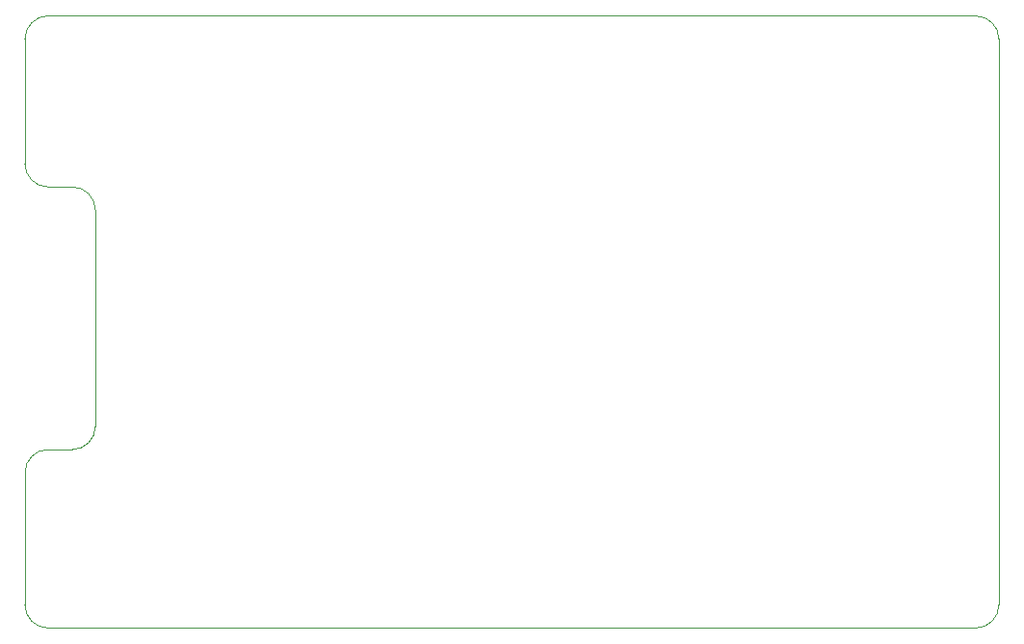
<source format=gbr>
G04 #@! TF.GenerationSoftware,KiCad,Pcbnew,(6.0.5-0)*
G04 #@! TF.CreationDate,2022-06-13T22:11:16+02:00*
G04 #@! TF.ProjectId,muVox,6d75566f-782e-46b6-9963-61645f706362,rev?*
G04 #@! TF.SameCoordinates,Original*
G04 #@! TF.FileFunction,Profile,NP*
%FSLAX46Y46*%
G04 Gerber Fmt 4.6, Leading zero omitted, Abs format (unit mm)*
G04 Created by KiCad (PCBNEW (6.0.5-0)) date 2022-06-13 22:11:16*
%MOMM*%
%LPD*%
G01*
G04 APERTURE LIST*
G04 #@! TA.AperFunction,Profile*
%ADD10C,0.100000*%
G04 #@! TD*
G04 APERTURE END LIST*
D10*
X114635620Y-61558010D02*
X196169620Y-61558010D01*
X114635620Y-61558020D02*
G75*
G03*
X112603620Y-63590010I-20J-2031980D01*
G01*
X112603590Y-113374010D02*
G75*
G03*
X114635620Y-115406010I2032010J10D01*
G01*
X114641682Y-99695159D02*
X116768000Y-99695159D01*
X116768000Y-99695200D02*
G75*
G03*
X118800000Y-97663159I0J2032000D01*
G01*
X114636841Y-76604841D02*
X116763159Y-76604841D01*
X198201590Y-63590010D02*
G75*
G03*
X196169620Y-61558010I-2031990J10D01*
G01*
X198201620Y-63590010D02*
X198201620Y-113374010D01*
X112604759Y-74572841D02*
G75*
G03*
X114636841Y-76604841I2032041J41D01*
G01*
X112603620Y-113374010D02*
X112609682Y-101727159D01*
X118800000Y-97663159D02*
X118795159Y-78636841D01*
X196169620Y-115406010D02*
X114635620Y-115406010D01*
X196169620Y-115406020D02*
G75*
G03*
X198201620Y-113374010I-20J2032020D01*
G01*
X118795159Y-78636841D02*
G75*
G03*
X116763159Y-76604841I-2031959J41D01*
G01*
X112603620Y-63590010D02*
X112604841Y-74572841D01*
X114641682Y-99695182D02*
G75*
G03*
X112609682Y-101727159I18J-2032018D01*
G01*
M02*

</source>
